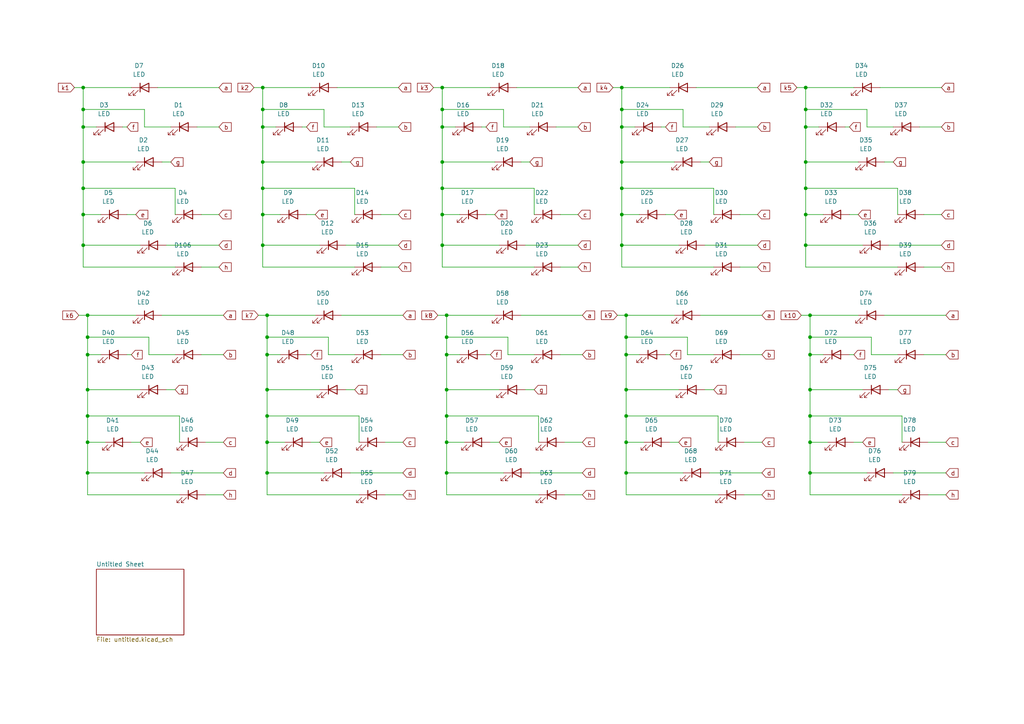
<source format=kicad_sch>
(kicad_sch (version 20231120) (generator "eeschema") (generator_version "8.0")
  (paper "A4")
  (lib_symbols
    (symbol "Device:LED" (pin_numbers hide) (pin_names (offset 1.016) hide)
      (property "Reference" "D" (at 0 2.54 0))
      (property "Value" "LED" (at 0 -2.54 0))
      (symbol "LED_0_1"
        (polyline (pts (xy -1.27 -1.27) (xy -1.27 1.27)) (stroke (width 0.254)))
        (polyline (pts (xy -1.27 0) (xy 1.27 0)))
        (polyline (pts (xy 1.27 -1.27) (xy 1.27 1.27) (xy -1.27 0) (xy 1.27 -1.27)) (stroke (width 0.254)))
        (polyline (pts (xy -3.048 -0.762) (xy -4.572 -2.286) (xy -3.81 -2.286) (xy -4.572 -2.286) (xy -4.572 -1.524)))
        (polyline (pts (xy -1.778 -0.762) (xy -3.302 -2.286) (xy -2.54 -2.286) (xy -3.302 -2.286) (xy -3.302 -1.524)))
      )
      (symbol "LED_1_1"
        (pin passive line (at -3.81 0 0) (length 2.54) (name "K") (number "1"))
        (pin passive line (at 3.81 0 180) (length 2.54) (name "A") (number "2"))
      )
    )
  )
  (junction (at 77.47 120.65))
  (junction (at 76.2 31.75))
  (junction (at 181.61 128.27))
  (junction (at 180.34 46.99))
  (junction (at 234.95 91.44))
  (junction (at 129.54 97.79))
  (junction (at 25.4 137.16))
  (junction (at 24.13 46.99))
  (junction (at 233.68 46.99))
  (junction (at 129.54 113.03))
  (junction (at 76.2 62.23))
  (junction (at 129.54 120.65))
  (junction (at 24.13 36.83))
  (junction (at 76.2 71.12))
  (junction (at 181.61 97.79))
  (junction (at 233.68 71.12))
  (junction (at 24.13 62.23))
  (junction (at 76.2 36.83))
  (junction (at 24.13 31.75))
  (junction (at 24.13 71.12))
  (junction (at 181.61 91.44))
  (junction (at 129.54 102.87))
  (junction (at 129.54 137.16))
  (junction (at 128.27 36.83))
  (junction (at 128.27 46.99))
  (junction (at 129.54 128.27))
  (junction (at 233.68 62.23))
  (junction (at 128.27 25.4))
  (junction (at 234.95 137.16))
  (junction (at 234.95 120.65))
  (junction (at 181.61 113.03))
  (junction (at 181.61 102.87))
  (junction (at 233.68 31.75))
  (junction (at 180.34 25.4))
  (junction (at 180.34 54.61))
  (junction (at 25.4 102.87))
  (junction (at 25.4 113.03))
  (junction (at 181.61 120.65))
  (junction (at 76.2 25.4))
  (junction (at 76.2 46.99))
  (junction (at 180.34 71.12))
  (junction (at 129.54 91.44))
  (junction (at 24.13 25.4))
  (junction (at 181.61 137.16))
  (junction (at 25.4 120.65))
  (junction (at 180.34 36.83))
  (junction (at 234.95 97.79))
  (junction (at 77.47 128.27))
  (junction (at 180.34 31.75))
  (junction (at 77.47 97.79))
  (junction (at 24.13 54.61))
  (junction (at 25.4 97.79))
  (junction (at 25.4 128.27))
  (junction (at 233.68 54.61))
  (junction (at 128.27 62.23))
  (junction (at 76.2 54.61))
  (junction (at 25.4 91.44))
  (junction (at 234.95 128.27))
  (junction (at 128.27 71.12))
  (junction (at 233.68 25.4))
  (junction (at 234.95 113.03))
  (junction (at 77.47 113.03))
  (junction (at 234.95 102.87))
  (junction (at 128.27 31.75))
  (junction (at 77.47 91.44))
  (junction (at 180.34 62.23))
  (junction (at 77.47 102.87))
  (junction (at 77.47 137.16))
  (junction (at 128.27 54.61))
  (junction (at 233.68 36.83))
  (wire (pts (xy 128.27 46.99) (xy 143.51 46.99)))
  (wire (pts (xy 25.4 137.16) (xy 25.4 128.27)))
  (wire (pts (xy 110.49 77.47) (xy 115.57 77.47)))
  (wire (pts (xy 214.63 102.87) (xy 220.98 102.87)))
  (wire (pts (xy 203.2 46.99) (xy 205.74 46.99)))
  (wire (pts (xy 185.42 102.87) (xy 181.61 102.87)))
  (wire (pts (xy 110.49 62.23) (xy 115.57 62.23)))
  (wire (pts (xy 238.76 62.23) (xy 233.68 62.23)))
  (wire (pts (xy 233.68 71.12) (xy 233.68 62.23)))
  (wire (pts (xy 146.05 36.83) (xy 146.05 31.75)))
  (wire (pts (xy 102.87 77.47) (xy 76.2 77.47)))
  (wire (pts (xy 154.94 62.23) (xy 154.94 54.61)))
  (wire (pts (xy 233.68 36.83) (xy 233.68 31.75)))
  (wire (pts (xy 24.13 62.23) (xy 24.13 54.61)))
  (wire (pts (xy 251.46 36.83) (xy 251.46 31.75)))
  (wire (pts (xy 234.95 113.03) (xy 234.95 102.87)))
  (wire (pts (xy 110.49 102.87) (xy 116.84 102.87)))
  (wire (pts (xy 77.47 113.03) (xy 92.71 113.03)))
  (wire (pts (xy 59.69 128.27) (xy 64.77 128.27)))
  (wire (pts (xy 199.39 102.87) (xy 199.39 97.79)))
  (wire (pts (xy 24.13 36.83) (xy 24.13 31.75)))
  (wire (pts (xy 198.12 137.16) (xy 181.61 137.16)))
  (wire (pts (xy 101.6 36.83) (xy 93.98 36.83)))
  (wire (pts (xy 139.7 36.83) (xy 140.97 36.83)))
  (wire (pts (xy 233.68 46.99) (xy 233.68 36.83)))
  (wire (pts (xy 246.38 62.23) (xy 248.92 62.23)))
  (wire (pts (xy 259.08 137.16) (xy 274.32 137.16)))
  (wire (pts (xy 90.17 128.27) (xy 92.71 128.27)))
  (wire (pts (xy 77.47 102.87) (xy 77.47 97.79)))
  (wire (pts (xy 48.26 71.12) (xy 63.5 71.12)))
  (wire (pts (xy 104.14 128.27) (xy 104.14 120.65)))
  (wire (pts (xy 129.54 137.16) (xy 129.54 128.27)))
  (wire (pts (xy 231.14 25.4) (xy 233.68 25.4)))
  (wire (pts (xy 245.11 36.83) (xy 246.38 36.83)))
  (wire (pts (xy 214.63 77.47) (xy 219.71 77.47)))
  (wire (pts (xy 208.28 143.51) (xy 181.61 143.51)))
  (wire (pts (xy 185.42 62.23) (xy 180.34 62.23)))
  (wire (pts (xy 50.8 77.47) (xy 24.13 77.47)))
  (wire (pts (xy 24.13 54.61) (xy 24.13 46.99)))
  (wire (pts (xy 234.95 91.44) (xy 248.92 91.44)))
  (wire (pts (xy 104.14 120.65) (xy 77.47 120.65)))
  (wire (pts (xy 152.4 71.12) (xy 167.64 71.12)))
  (wire (pts (xy 77.47 128.27) (xy 77.47 120.65)))
  (wire (pts (xy 50.8 54.61) (xy 24.13 54.61)))
  (wire (pts (xy 156.21 128.27) (xy 156.21 120.65)))
  (wire (pts (xy 127 91.44) (xy 129.54 91.44)))
  (wire (pts (xy 104.14 143.51) (xy 77.47 143.51)))
  (wire (pts (xy 93.98 137.16) (xy 77.47 137.16)))
  (wire (pts (xy 30.48 128.27) (xy 25.4 128.27)))
  (wire (pts (xy 154.94 77.47) (xy 128.27 77.47)))
  (wire (pts (xy 154.94 102.87) (xy 147.32 102.87)))
  (wire (pts (xy 151.13 46.99) (xy 153.67 46.99)))
  (wire (pts (xy 52.07 120.65) (xy 25.4 120.65)))
  (wire (pts (xy 205.74 137.16) (xy 220.98 137.16)))
  (wire (pts (xy 76.2 77.47) (xy 76.2 71.12)))
  (wire (pts (xy 255.27 25.4) (xy 273.05 25.4)))
  (wire (pts (xy 237.49 36.83) (xy 233.68 36.83)))
  (wire (pts (xy 215.9 128.27) (xy 220.98 128.27)))
  (wire (pts (xy 238.76 102.87) (xy 234.95 102.87)))
  (wire (pts (xy 100.33 113.03) (xy 102.87 113.03)))
  (wire (pts (xy 128.27 31.75) (xy 128.27 25.4)))
  (wire (pts (xy 256.54 46.99) (xy 259.08 46.99)))
  (wire (pts (xy 181.61 128.27) (xy 181.61 120.65)))
  (wire (pts (xy 163.83 128.27) (xy 168.91 128.27)))
  (wire (pts (xy 52.07 128.27) (xy 52.07 120.65)))
  (wire (pts (xy 76.2 71.12) (xy 76.2 62.23)))
  (wire (pts (xy 95.25 97.79) (xy 77.47 97.79)))
  (wire (pts (xy 46.99 46.99) (xy 49.53 46.99)))
  (wire (pts (xy 181.61 113.03) (xy 196.85 113.03)))
  (wire (pts (xy 233.68 46.99) (xy 248.92 46.99)))
  (wire (pts (xy 269.24 128.27) (xy 274.32 128.27)))
  (wire (pts (xy 266.7 36.83) (xy 273.05 36.83)))
  (wire (pts (xy 36.83 102.87) (xy 38.1 102.87)))
  (wire (pts (xy 43.18 102.87) (xy 43.18 97.79)))
  (wire (pts (xy 257.81 113.03) (xy 260.35 113.03)))
  (wire (pts (xy 180.34 71.12) (xy 180.34 62.23)))
  (wire (pts (xy 41.91 31.75) (xy 24.13 31.75)))
  (wire (pts (xy 181.61 91.44) (xy 195.58 91.44)))
  (wire (pts (xy 257.81 71.12) (xy 273.05 71.12)))
  (wire (pts (xy 181.61 113.03) (xy 181.61 102.87)))
  (wire (pts (xy 81.28 62.23) (xy 76.2 62.23)))
  (wire (pts (xy 233.68 62.23) (xy 233.68 54.61)))
  (wire (pts (xy 129.54 120.65) (xy 129.54 113.03)))
  (wire (pts (xy 140.97 62.23) (xy 143.51 62.23)))
  (wire (pts (xy 77.47 113.03) (xy 77.47 102.87)))
  (wire (pts (xy 41.91 36.83) (xy 41.91 31.75)))
  (wire (pts (xy 213.36 36.83) (xy 219.71 36.83)))
  (wire (pts (xy 58.42 77.47) (xy 63.5 77.47)))
  (wire (pts (xy 153.67 36.83) (xy 146.05 36.83)))
  (wire (pts (xy 181.61 143.51) (xy 181.61 137.16)))
  (wire (pts (xy 250.19 71.12) (xy 233.68 71.12)))
  (wire (pts (xy 260.35 62.23) (xy 260.35 54.61)))
  (wire (pts (xy 93.98 36.83) (xy 93.98 31.75)))
  (wire (pts (xy 24.13 46.99) (xy 39.37 46.99)))
  (wire (pts (xy 22.86 91.44) (xy 25.4 91.44)))
  (wire (pts (xy 25.4 113.03) (xy 40.64 113.03)))
  (wire (pts (xy 58.42 102.87) (xy 64.77 102.87)))
  (wire (pts (xy 76.2 62.23) (xy 76.2 54.61)))
  (wire (pts (xy 269.24 143.51) (xy 274.32 143.51)))
  (wire (pts (xy 99.06 46.99) (xy 101.6 46.99)))
  (wire (pts (xy 76.2 31.75) (xy 76.2 25.4)))
  (wire (pts (xy 102.87 102.87) (xy 95.25 102.87)))
  (wire (pts (xy 25.4 102.87) (xy 25.4 97.79)))
  (wire (pts (xy 252.73 102.87) (xy 252.73 97.79)))
  (wire (pts (xy 251.46 31.75) (xy 233.68 31.75)))
  (wire (pts (xy 260.35 102.87) (xy 252.73 102.87)))
  (wire (pts (xy 180.34 25.4) (xy 194.31 25.4)))
  (wire (pts (xy 180.34 46.99) (xy 195.58 46.99)))
  (wire (pts (xy 128.27 46.99) (xy 128.27 36.83)))
  (wire (pts (xy 214.63 62.23) (xy 219.71 62.23)))
  (wire (pts (xy 125.73 25.4) (xy 128.27 25.4)))
  (wire (pts (xy 24.13 46.99) (xy 24.13 36.83)))
  (wire (pts (xy 43.18 97.79) (xy 25.4 97.79)))
  (wire (pts (xy 93.98 31.75) (xy 76.2 31.75)))
  (wire (pts (xy 181.61 102.87) (xy 181.61 97.79)))
  (wire (pts (xy 80.01 36.83) (xy 76.2 36.83)))
  (wire (pts (xy 50.8 62.23) (xy 50.8 54.61)))
  (wire (pts (xy 41.91 137.16) (xy 25.4 137.16)))
  (wire (pts (xy 233.68 77.47) (xy 233.68 71.12)))
  (wire (pts (xy 208.28 120.65) (xy 181.61 120.65)))
  (wire (pts (xy 181.61 120.65) (xy 181.61 113.03)))
  (wire (pts (xy 49.53 137.16) (xy 64.77 137.16)))
  (wire (pts (xy 128.27 25.4) (xy 142.24 25.4)))
  (wire (pts (xy 24.13 71.12) (xy 24.13 62.23)))
  (wire (pts (xy 24.13 25.4) (xy 38.1 25.4)))
  (wire (pts (xy 102.87 54.61) (xy 76.2 54.61)))
  (wire (pts (xy 260.35 54.61) (xy 233.68 54.61)))
  (wire (pts (xy 208.28 128.27) (xy 208.28 120.65)))
  (wire (pts (xy 128.27 77.47) (xy 128.27 71.12)))
  (wire (pts (xy 109.22 36.83) (xy 115.57 36.83)))
  (wire (pts (xy 76.2 25.4) (xy 90.17 25.4)))
  (wire (pts (xy 207.01 62.23) (xy 207.01 54.61)))
  (wire (pts (xy 88.9 102.87) (xy 90.17 102.87)))
  (wire (pts (xy 180.34 36.83) (xy 180.34 31.75)))
  (wire (pts (xy 95.25 102.87) (xy 95.25 97.79)))
  (wire (pts (xy 247.65 128.27) (xy 250.19 128.27)))
  (wire (pts (xy 232.41 91.44) (xy 234.95 91.44)))
  (wire (pts (xy 38.1 128.27) (xy 40.64 128.27)))
  (wire (pts (xy 267.97 102.87) (xy 274.32 102.87)))
  (wire (pts (xy 198.12 36.83) (xy 198.12 31.75)))
  (wire (pts (xy 162.56 102.87) (xy 168.91 102.87)))
  (wire (pts (xy 134.62 128.27) (xy 129.54 128.27)))
  (wire (pts (xy 207.01 102.87) (xy 199.39 102.87)))
  (wire (pts (xy 102.87 62.23) (xy 102.87 54.61)))
  (wire (pts (xy 163.83 143.51) (xy 168.91 143.51)))
  (wire (pts (xy 152.4 113.03) (xy 154.94 113.03)))
  (wire (pts (xy 147.32 97.79) (xy 129.54 97.79)))
  (wire (pts (xy 25.4 143.51) (xy 25.4 137.16)))
  (wire (pts (xy 50.8 102.87) (xy 43.18 102.87)))
  (wire (pts (xy 132.08 36.83) (xy 128.27 36.83)))
  (wire (pts (xy 151.13 91.44) (xy 168.91 91.44)))
  (wire (pts (xy 129.54 128.27) (xy 129.54 120.65)))
  (wire (pts (xy 154.94 54.61) (xy 128.27 54.61)))
  (wire (pts (xy 129.54 143.51) (xy 129.54 137.16)))
  (wire (pts (xy 40.64 71.12) (xy 24.13 71.12)))
  (wire (pts (xy 180.34 77.47) (xy 180.34 71.12)))
  (wire (pts (xy 184.15 36.83) (xy 180.34 36.83)))
  (wire (pts (xy 193.04 62.23) (xy 195.58 62.23)))
  (wire (pts (xy 48.26 113.03) (xy 50.8 113.03)))
  (wire (pts (xy 129.54 91.44) (xy 143.51 91.44)))
  (wire (pts (xy 180.34 31.75) (xy 180.34 25.4)))
  (wire (pts (xy 156.21 143.51) (xy 129.54 143.51)))
  (wire (pts (xy 97.79 25.4) (xy 115.57 25.4)))
  (wire (pts (xy 76.2 46.99) (xy 76.2 36.83)))
  (wire (pts (xy 246.38 102.87) (xy 247.65 102.87)))
  (wire (pts (xy 92.71 71.12) (xy 76.2 71.12)))
  (wire (pts (xy 177.8 25.4) (xy 180.34 25.4)))
  (wire (pts (xy 133.35 102.87) (xy 129.54 102.87)))
  (wire (pts (xy 252.73 97.79) (xy 234.95 97.79)))
  (wire (pts (xy 81.28 102.87) (xy 77.47 102.87)))
  (wire (pts (xy 76.2 46.99) (xy 91.44 46.99)))
  (wire (pts (xy 128.27 36.83) (xy 128.27 31.75)))
  (wire (pts (xy 204.47 113.03) (xy 207.01 113.03)))
  (wire (pts (xy 146.05 137.16) (xy 129.54 137.16)))
  (wire (pts (xy 24.13 31.75) (xy 24.13 25.4)))
  (wire (pts (xy 149.86 25.4) (xy 167.64 25.4)))
  (wire (pts (xy 73.66 25.4) (xy 76.2 25.4)))
  (wire (pts (xy 129.54 113.03) (xy 144.78 113.03)))
  (wire (pts (xy 77.47 137.16) (xy 77.47 128.27)))
  (wire (pts (xy 25.4 128.27) (xy 25.4 120.65)))
  (wire (pts (xy 233.68 54.61) (xy 233.68 46.99)))
  (wire (pts (xy 234.95 137.16) (xy 234.95 128.27)))
  (wire (pts (xy 129.54 113.03) (xy 129.54 102.87)))
  (wire (pts (xy 234.95 102.87) (xy 234.95 97.79)))
  (wire (pts (xy 162.56 62.23) (xy 167.64 62.23)))
  (wire (pts (xy 57.15 36.83) (xy 63.5 36.83)))
  (wire (pts (xy 267.97 77.47) (xy 273.05 77.47)))
  (wire (pts (xy 24.13 77.47) (xy 24.13 71.12)))
  (wire (pts (xy 207.01 54.61) (xy 180.34 54.61)))
  (wire (pts (xy 74.93 91.44) (xy 77.47 91.44)))
  (wire (pts (xy 203.2 91.44) (xy 220.98 91.44)))
  (wire (pts (xy 261.62 120.65) (xy 234.95 120.65)))
  (wire (pts (xy 128.27 62.23) (xy 128.27 54.61)))
  (wire (pts (xy 45.72 25.4) (xy 63.5 25.4)))
  (wire (pts (xy 199.39 97.79) (xy 181.61 97.79)))
  (wire (pts (xy 260.35 77.47) (xy 233.68 77.47)))
  (wire (pts (xy 77.47 91.44) (xy 91.44 91.44)))
  (wire (pts (xy 128.27 54.61) (xy 128.27 46.99)))
  (wire (pts (xy 52.07 143.51) (xy 25.4 143.51)))
  (wire (pts (xy 156.21 120.65) (xy 129.54 120.65)))
  (wire (pts (xy 191.77 36.83) (xy 193.04 36.83)))
  (wire (pts (xy 128.27 71.12) (xy 128.27 62.23)))
  (wire (pts (xy 215.9 143.51) (xy 220.98 143.51)))
  (wire (pts (xy 179.07 91.44) (xy 181.61 91.44)))
  (wire (pts (xy 21.59 25.4) (xy 24.13 25.4)))
  (wire (pts (xy 25.4 91.44) (xy 39.37 91.44)))
  (wire (pts (xy 201.93 25.4) (xy 219.71 25.4)))
  (wire (pts (xy 88.9 62.23) (xy 91.44 62.23)))
  (wire (pts (xy 198.12 31.75) (xy 180.34 31.75)))
  (wire (pts (xy 111.76 143.51) (xy 116.84 143.51)))
  (wire (pts (xy 207.01 77.47) (xy 180.34 77.47)))
  (wire (pts (xy 205.74 36.83) (xy 198.12 36.83)))
  (wire (pts (xy 180.34 62.23) (xy 180.34 54.61)))
  (wire (pts (xy 261.62 143.51) (xy 234.95 143.51)))
  (wire (pts (xy 35.56 36.83) (xy 36.83 36.83)))
  (wire (pts (xy 58.42 62.23) (xy 63.5 62.23)))
  (wire (pts (xy 256.54 91.44) (xy 274.32 91.44)))
  (wire (pts (xy 180.34 54.61) (xy 180.34 46.99)))
  (wire (pts (xy 29.21 62.23) (xy 24.13 62.23)))
  (wire (pts (xy 129.54 102.87) (xy 129.54 97.79)))
  (wire (pts (xy 153.67 137.16) (xy 168.91 137.16)))
  (wire (pts (xy 233.68 31.75) (xy 233.68 25.4)))
  (wire (pts (xy 146.05 31.75) (xy 128.27 31.75)))
  (wire (pts (xy 36.83 62.23) (xy 39.37 62.23)))
  (wire (pts (xy 111.76 128.27) (xy 116.84 128.27)))
  (wire (pts (xy 267.97 62.23) (xy 273.05 62.23)))
  (wire (pts (xy 251.46 137.16) (xy 234.95 137.16)))
  (wire (pts (xy 29.21 102.87) (xy 25.4 102.87)))
  (wire (pts (xy 76.2 54.61) (xy 76.2 46.99)))
  (wire (pts (xy 193.04 102.87) (xy 194.31 102.87)))
  (wire (pts (xy 234.95 97.79) (xy 234.95 91.44)))
  (wire (pts (xy 129.54 97.79) (xy 129.54 91.44)))
  (wire (pts (xy 181.61 137.16) (xy 181.61 128.27)))
  (wire (pts (xy 77.47 143.51) (xy 77.47 137.16)))
  (wire (pts (xy 147.32 102.87) (xy 147.32 97.79)))
  (wire (pts (xy 234.95 128.27) (xy 234.95 120.65)))
  (wire (pts (xy 186.69 128.27) (xy 181.61 128.27)))
  (wire (pts (xy 162.56 77.47) (xy 167.64 77.47)))
  (wire (pts (xy 99.06 91.44) (xy 116.84 91.44)))
  (wire (pts (xy 233.68 25.4) (xy 247.65 25.4)))
  (wire (pts (xy 25.4 120.65) (xy 25.4 113.03)))
  (wire (pts (xy 100.33 71.12) (xy 115.57 71.12)))
  (wire (pts (xy 76.2 36.83) (xy 76.2 31.75)))
  (wire (pts (xy 77.47 97.79) (xy 77.47 91.44)))
  (wire (pts (xy 194.31 128.27) (xy 196.85 128.27)))
  (wire (pts (xy 196.85 71.12) (xy 180.34 71.12)))
  (wire (pts (xy 49.53 36.83) (xy 41.91 36.83)))
  (wire (pts (xy 25.4 97.79) (xy 25.4 91.44)))
  (wire (pts (xy 46.99 91.44) (xy 64.77 91.44)))
  (wire (pts (xy 240.03 128.27) (xy 234.95 128.27)))
  (wire (pts (xy 25.4 113.03) (xy 25.4 102.87)))
  (wire (pts (xy 261.62 128.27) (xy 261.62 120.65)))
  (wire (pts (xy 180.34 46.99) (xy 180.34 36.83)))
  (wire (pts (xy 59.69 143.51) (xy 64.77 143.51)))
  (wire (pts (xy 101.6 137.16) (xy 116.84 137.16)))
  (wire (pts (xy 204.47 71.12) (xy 219.71 71.12)))
  (wire (pts (xy 133.35 62.23) (xy 128.27 62.23)))
  (wire (pts (xy 77.47 120.65) (xy 77.47 113.03)))
  (wire (pts (xy 140.97 102.87) (xy 142.24 102.87)))
  (wire (pts (xy 181.61 97.79) (xy 181.61 91.44)))
  (wire (pts (xy 234.95 113.03) (xy 250.19 113.03)))
  (wire (pts (xy 144.78 71.12) (xy 128.27 71.12)))
  (wire (pts (xy 234.95 143.51) (xy 234.95 137.16)))
  (wire (pts (xy 82.55 128.27) (xy 77.47 128.27)))
  (wire (pts (xy 142.24 128.27) (xy 144.78 128.27)))
  (wire (pts (xy 259.08 36.83) (xy 251.46 36.83)))
  (wire (pts (xy 161.29 36.83) (xy 167.64 36.83)))
  (wire (pts (xy 234.95 120.65) (xy 234.95 113.03)))
  (wire (pts (xy 27.94 36.83) (xy 24.13 36.83)))
  (wire (pts (xy 87.63 36.83) (xy 88.9 36.83)))
  (global_label "c" (shape input) (at 219.71 62.23 0) (property "Intersheetrefs" "${INTERSHEET_REFS}" (effects (hide yes))))
  (global_label "e" (shape input) (at 250.19 128.27 0) (property "Intersheetrefs" "${INTERSHEET_REFS}" (effects (hide yes))))
  (global_label "h" (shape input) (at 64.77 143.51 0) (property "Intersheetrefs" "${INTERSHEET_REFS}" (effects (hide yes))))
  (global_label "c" (shape input) (at 116.84 128.27 0) (property "Intersheetrefs" "${INTERSHEET_REFS}" (effects (hide yes))))
  (global_label "g" (shape input) (at 260.35 113.03 0) (property "Intersheetrefs" "${INTERSHEET_REFS}" (effects (hide yes))))
  (global_label "b" (shape input) (at 116.84 102.87 0) (property "Intersheetrefs" "${INTERSHEET_REFS}" (effects (hide yes))))
  (global_label "f" (shape input) (at 140.97 36.83 0) (property "Intersheetrefs" "${INTERSHEET_REFS}" (effects (hide yes))))
  (global_label "k5" (shape input) (at 231.14 25.4 180) (property "Intersheetrefs" "${INTERSHEET_REFS}" (effects (hide yes))))
  (global_label "g" (shape input) (at 154.94 113.03 0) (property "Intersheetrefs" "${INTERSHEET_REFS}" (effects (hide yes))))
  (global_label "h" (shape input) (at 63.5 77.47 0) (property "Intersheetrefs" "${INTERSHEET_REFS}" (effects (hide yes))))
  (global_label "c" (shape input) (at 167.64 62.23 0) (property "Intersheetrefs" "${INTERSHEET_REFS}" (effects (hide yes))))
  (global_label "g" (shape input) (at 49.53 46.99 0) (property "Intersheetrefs" "${INTERSHEET_REFS}" (effects (hide yes))))
  (global_label "a" (shape input) (at 274.32 91.44 0) (property "Intersheetrefs" "${INTERSHEET_REFS}" (effects (hide yes))))
  (global_label "f" (shape input) (at 90.17 102.87 0) (property "Intersheetrefs" "${INTERSHEET_REFS}" (effects (hide yes))))
  (global_label "e" (shape input) (at 144.78 128.27 0) (property "Intersheetrefs" "${INTERSHEET_REFS}" (effects (hide yes))))
  (global_label "d" (shape input) (at 116.84 137.16 0) (property "Intersheetrefs" "${INTERSHEET_REFS}" (effects (hide yes))))
  (global_label "g" (shape input) (at 102.87 113.03 0) (property "Intersheetrefs" "${INTERSHEET_REFS}" (effects (hide yes))))
  (global_label "f" (shape input) (at 193.04 36.83 0) (property "Intersheetrefs" "${INTERSHEET_REFS}" (effects (hide yes))))
  (global_label "c" (shape input) (at 273.05 62.23 0) (property "Intersheetrefs" "${INTERSHEET_REFS}" (effects (hide yes))))
  (global_label "f" (shape input) (at 194.31 102.87 0) (property "Intersheetrefs" "${INTERSHEET_REFS}" (effects (hide yes))))
  (global_label "d" (shape input) (at 115.57 71.12 0) (property "Intersheetrefs" "${INTERSHEET_REFS}" (effects (hide yes))))
  (global_label "k3" (shape input) (at 125.73 25.4 180) (property "Intersheetrefs" "${INTERSHEET_REFS}" (effects (hide yes))))
  (global_label "f" (shape input) (at 36.83 36.83 0) (property "Intersheetrefs" "${INTERSHEET_REFS}" (effects (hide yes))))
  (global_label "h" (shape input) (at 220.98 143.51 0) (property "Intersheetrefs" "${INTERSHEET_REFS}" (effects (hide yes))))
  (global_label "e" (shape input) (at 143.51 62.23 0) (property "Intersheetrefs" "${INTERSHEET_REFS}" (effects (hide yes))))
  (global_label "e" (shape input) (at 248.92 62.23 0) (property "Intersheetrefs" "${INTERSHEET_REFS}" (effects (hide yes))))
  (global_label "h" (shape input) (at 167.64 77.47 0) (property "Intersheetrefs" "${INTERSHEET_REFS}" (effects (hide yes))))
  (global_label "c" (shape input) (at 220.98 128.27 0) (property "Intersheetrefs" "${INTERSHEET_REFS}" (effects (hide yes))))
  (global_label "d" (shape input) (at 63.5 71.12 0) (property "Intersheetrefs" "${INTERSHEET_REFS}" (effects (hide yes))))
  (global_label "h" (shape input) (at 168.91 143.51 0) (property "Intersheetrefs" "${INTERSHEET_REFS}" (effects (hide yes))))
  (global_label "c" (shape input) (at 115.57 62.23 0) (property "Intersheetrefs" "${INTERSHEET_REFS}" (effects (hide yes))))
  (global_label "h" (shape input) (at 274.32 143.51 0) (property "Intersheetrefs" "${INTERSHEET_REFS}" (effects (hide yes))))
  (global_label "e" (shape input) (at 196.85 128.27 0) (property "Intersheetrefs" "${INTERSHEET_REFS}" (effects (hide yes))))
  (global_label "h" (shape input) (at 273.05 77.47 0) (property "Intersheetrefs" "${INTERSHEET_REFS}" (effects (hide yes))))
  (global_label "g" (shape input) (at 205.74 46.99 0) (property "Intersheetrefs" "${INTERSHEET_REFS}" (effects (hide yes))))
  (global_label "b" (shape input) (at 273.05 36.83 0) (property "Intersheetrefs" "${INTERSHEET_REFS}" (effects (hide yes))))
  (global_label "e" (shape input) (at 92.71 128.27 0) (property "Intersheetrefs" "${INTERSHEET_REFS}" (effects (hide yes))))
  (global_label "c" (shape input) (at 63.5 62.23 0) (property "Intersheetrefs" "${INTERSHEET_REFS}" (effects (hide yes))))
  (global_label "a" (shape input) (at 273.05 25.4 0) (property "Intersheetrefs" "${INTERSHEET_REFS}" (effects (hide yes))))
  (global_label "a" (shape input) (at 64.77 91.44 0) (property "Intersheetrefs" "${INTERSHEET_REFS}" (effects (hide yes))))
  (global_label "k6" (shape input) (at 22.86 91.44 180) (property "Intersheetrefs" "${INTERSHEET_REFS}" (effects (hide yes))))
  (global_label "g" (shape input) (at 50.8 113.03 0) (property "Intersheetrefs" "${INTERSHEET_REFS}" (effects (hide yes))))
  (global_label "e" (shape input) (at 40.64 128.27 0) (property "Intersheetrefs" "${INTERSHEET_REFS}" (effects (hide yes))))
  (global_label "h" (shape input) (at 116.84 143.51 0) (property "Intersheetrefs" "${INTERSHEET_REFS}" (effects (hide yes))))
  (global_label "c" (shape input) (at 64.77 128.27 0) (property "Intersheetrefs" "${INTERSHEET_REFS}" (effects (hide yes))))
  (global_label "f" (shape input) (at 88.9 36.83 0) (property "Intersheetrefs" "${INTERSHEET_REFS}" (effects (hide yes))))
  (global_label "d" (shape input) (at 220.98 137.16 0) (property "Intersheetrefs" "${INTERSHEET_REFS}" (effects (hide yes))))
  (global_label "h" (shape input) (at 115.57 77.47 0) (property "Intersheetrefs" "${INTERSHEET_REFS}" (effects (hide yes))))
  (global_label "d" (shape input) (at 274.32 137.16 0) (property "Intersheetrefs" "${INTERSHEET_REFS}" (effects (hide yes))))
  (global_label "b" (shape input) (at 219.71 36.83 0) (property "Intersheetrefs" "${INTERSHEET_REFS}" (effects (hide yes))))
  (global_label "g" (shape input) (at 207.01 113.03 0) (property "Intersheetrefs" "${INTERSHEET_REFS}" (effects (hide yes))))
  (global_label "c" (shape input) (at 274.32 128.27 0) (property "Intersheetrefs" "${INTERSHEET_REFS}" (effects (hide yes))))
  (global_label "b" (shape input) (at 220.98 102.87 0) (property "Intersheetrefs" "${INTERSHEET_REFS}" (effects (hide yes))))
  (global_label "a" (shape input) (at 219.71 25.4 0) (property "Intersheetrefs" "${INTERSHEET_REFS}" (effects (hide yes))))
  (global_label "e" (shape input) (at 91.44 62.23 0) (property "Intersheetrefs" "${INTERSHEET_REFS}" (effects (hide yes))))
  (global_label "a" (shape input) (at 63.5 25.4 0) (property "Intersheetrefs" "${INTERSHEET_REFS}" (effects (hide yes))))
  (global_label "a" (shape input) (at 116.84 91.44 0) (property "Intersheetrefs" "${INTERSHEET_REFS}" (effects (hide yes))))
  (global_label "h" (shape input) (at 219.71 77.47 0) (property "Intersheetrefs" "${INTERSHEET_REFS}" (effects (hide yes))))
  (global_label "g" (shape input) (at 153.67 46.99 0) (property "Intersheetrefs" "${INTERSHEET_REFS}" (effects (hide yes))))
  (global_label "k4" (shape input) (at 177.8 25.4 180) (property "Intersheetrefs" "${INTERSHEET_REFS}" (effects (hide yes))))
  (global_label "b" (shape input) (at 63.5 36.83 0) (property "Intersheetrefs" "${INTERSHEET_REFS}" (effects (hide yes))))
  (global_label "d" (shape input) (at 273.05 71.12 0) (property "Intersheetrefs" "${INTERSHEET_REFS}" (effects (hide yes))))
  (global_label "k1" (shape input) (at 21.59 25.4 180) (property "Intersheetrefs" "${INTERSHEET_REFS}" (effects (hide yes))))
  (global_label "e" (shape input) (at 195.58 62.23 0) (property "Intersheetrefs" "${INTERSHEET_REFS}" (effects (hide yes))))
  (global_label "d" (shape input) (at 64.77 137.16 0) (property "Intersheetrefs" "${INTERSHEET_REFS}" (effects (hide yes))))
  (global_label "b" (shape input) (at 115.57 36.83 0) (property "Intersheetrefs" "${INTERSHEET_REFS}" (effects (hide yes))))
  (global_label "a" (shape input) (at 167.64 25.4 0) (property "Intersheetrefs" "${INTERSHEET_REFS}" (effects (hide yes))))
  (global_label "d" (shape input) (at 168.91 137.16 0) (property "Intersheetrefs" "${INTERSHEET_REFS}" (effects (hide yes))))
  (global_label "a" (shape input) (at 168.91 91.44 0) (property "Intersheetrefs" "${INTERSHEET_REFS}" (effects (hide yes))))
  (global_label "k8" (shape input) (at 127 91.44 180) (property "Intersheetrefs" "${INTERSHEET_REFS}" (effects (hide yes))))
  (global_label "g" (shape input) (at 259.08 46.99 0) (property "Intersheetrefs" "${INTERSHEET_REFS}" (effects (hide yes))))
  (global_label "f" (shape input) (at 247.65 102.87 0) (property "Intersheetrefs" "${INTERSHEET_REFS}" (effects (hide yes))))
  (global_label "f" (shape input) (at 142.24 102.87 0) (property "Intersheetrefs" "${INTERSHEET_REFS}" (effects (hide yes))))
  (global_label "d" (shape input) (at 167.64 71.12 0) (property "Intersheetrefs" "${INTERSHEET_REFS}" (effects (hide yes))))
  (global_label "b" (shape input) (at 274.32 102.87 0) (property "Intersheetrefs" "${INTERSHEET_REFS}" (effects (hide yes))))
  (global_label "e" (shape input) (at 39.37 62.23 0) (property "Intersheetrefs" "${INTERSHEET_REFS}" (effects (hide yes))))
  (global_label "k7" (shape input) (at 74.93 91.44 180) (property "Intersheetrefs" "${INTERSHEET_REFS}" (effects (hide yes))))
  (global_label "a" (shape input) (at 115.57 25.4 0) (property "Intersheetrefs" "${INTERSHEET_REFS}" (effects (hide yes))))
  (global_label "b" (shape input) (at 168.91 102.87 0) (property "Intersheetrefs" "${INTERSHEET_REFS}" (effects (hide yes))))
  (global_label "b" (shape input) (at 167.64 36.83 0) (property "Intersheetrefs" "${INTERSHEET_REFS}" (effects (hide yes))))
  (global_label "k10" (shape input) (at 232.41 91.44 180) (property "Intersheetrefs" "${INTERSHEET_REFS}" (effects (hide yes))))
  (global_label "b" (shape input) (at 64.77 102.87 0) (property "Intersheetrefs" "${INTERSHEET_REFS}" (effects (hide yes))))
  (global_label "g" (shape input) (at 101.6 46.99 0) (property "Intersheetrefs" "${INTERSHEET_REFS}" (effects (hide yes))))
  (global_label "c" (shape input) (at 168.91 128.27 0) (property "Intersheetrefs" "${INTERSHEET_REFS}" (effects (hide yes))))
  (global_label "d" (shape input) (at 219.71 71.12 0) (property "Intersheetrefs" "${INTERSHEET_REFS}" (effects (hide yes))))
  (global_label "k2" (shape input) (at 73.66 25.4 180) (property "Intersheetrefs" "${INTERSHEET_REFS}" (effects (hide yes))))
  (global_label "f" (shape input) (at 246.38 36.83 0) (property "Intersheetrefs" "${INTERSHEET_REFS}" (effects (hide yes))))
  (global_label "k9" (shape input) (at 179.07 91.44 180) (property "Intersheetrefs" "${INTERSHEET_REFS}" (effects (hide yes))))
  (global_label "a" (shape input) (at 220.98 91.44 0) (property "Intersheetrefs" "${INTERSHEET_REFS}" (effects (hide yes))))
  (global_label "f" (shape input) (at 38.1 102.87 0) (property "Intersheetrefs" "${INTERSHEET_REFS}" (effects (hide yes))))
  (symbol (lib_id "Device:LED") (at 43.18 46.99 0) (unit 1)
    (property "Reference" "D2" (at 41.5925 40.64 0))
    (property "Value" "LED" (at 41.5925 43.18 0))
    (property "Footprint" "LED_SMD:LED_0402_1005Metric" (effects (hide yes)))
    (property "Description" "Light emitting diode" (effects (hide yes)))
  )
  (symbol (lib_id "Device:LED") (at 44.45 71.12 0) (unit 1)
    (property "Reference" "D6" (at 42.8625 64.77 0))
    (property "Value" "LED" (at 42.8625 67.31 0))
    (property "Footprint" "LED_SMD:LED_0402_1005Metric" (effects (hide yes)))
    (property "Description" "Light emitting diode" (effects (hide yes)))
  )
  (symbol (lib_id "Device:LED") (at 137.16 62.23 0) (unit 1)
    (property "Reference" "D17" (at 135.5725 55.88 0))
    (property "Value" "LED" (at 135.5725 58.42 0))
    (property "Footprint" "LED_SMD:LED_0402_1005Metric" (effects (hide yes)))
    (property "Description" "Light emitting diode" (effects (hide yes)))
  )
  (symbol (lib_id "Device:LED") (at 252.73 91.44 0) (unit 1)
    (property "Reference" "D74" (at 251.1425 85.09 0))
    (property "Value" "LED" (at 251.1425 87.63 0))
    (property "Footprint" "LED_SMD:LED_0402_1005Metric" (effects (hide yes)))
    (property "Description" "Light emitting diode" (effects (hide yes)))
  )
  (symbol (lib_id "Device:LED") (at 107.95 128.27 0) (unit 1)
    (property "Reference" "D54" (at 106.3625 121.92 0))
    (property "Value" "LED" (at 106.3625 124.46 0))
    (property "Footprint" "LED_SMD:LED_0402_1005Metric" (effects (hide yes)))
    (property "Description" "Light emitting diode" (effects (hide yes)))
  )
  (symbol (lib_id "Device:LED") (at 210.82 102.87 0) (unit 1)
    (property "Reference" "D69" (at 209.2325 96.52 0))
    (property "Value" "LED" (at 209.2325 99.06 0))
    (property "Footprint" "LED_SMD:LED_0402_1005Metric" (effects (hide yes)))
    (property "Description" "Light emitting diode" (effects (hide yes)))
  )
  (symbol (lib_id "Device:LED") (at 106.68 77.47 0) (unit 1)
    (property "Reference" "D15" (at 105.0925 71.12 0))
    (property "Value" "LED" (at 105.0925 73.66 0))
    (property "Footprint" "LED_SMD:LED_0402_1005Metric" (effects (hide yes)))
    (property "Description" "Light emitting diode" (effects (hide yes)))
  )
  (symbol (lib_id "Device:LED") (at 255.27 137.16 0) (unit 1)
    (property "Reference" "D76" (at 253.6825 130.81 0))
    (property "Value" "LED" (at 253.6825 133.35 0))
    (property "Footprint" "LED_SMD:LED_0402_1005Metric" (effects (hide yes)))
    (property "Description" "Light emitting diode" (effects (hide yes)))
  )
  (symbol (lib_id "Device:LED") (at 148.59 113.03 0) (unit 1)
    (property "Reference" "D59" (at 147.0025 106.68 0))
    (property "Value" "LED" (at 147.0025 109.22 0))
    (property "Footprint" "LED_SMD:LED_0402_1005Metric" (effects (hide yes)))
    (property "Description" "Light emitting diode" (effects (hide yes)))
  )
  (symbol (lib_id "Device:LED") (at 254 71.12 0) (unit 1)
    (property "Reference" "D36" (at 252.4125 64.77 0))
    (property "Value" "LED" (at 252.4125 67.31 0))
    (property "Footprint" "LED_SMD:LED_0402_1005Metric" (effects (hide yes)))
    (property "Description" "Light emitting diode" (effects (hide yes)))
  )
  (symbol (lib_id "Device:LED") (at 149.86 137.16 0) (unit 1)
    (property "Reference" "D60" (at 148.2725 130.81 0))
    (property "Value" "LED" (at 148.2725 133.35 0))
    (property "Footprint" "LED_SMD:LED_0402_1005Metric" (effects (hide yes)))
    (property "Description" "Light emitting diode" (effects (hide yes)))
  )
  (symbol (lib_id "Device:LED") (at 96.52 71.12 0) (unit 1)
    (property "Reference" "D12" (at 94.9325 64.77 0))
    (property "Value" "LED" (at 94.9325 67.31 0))
    (property "Footprint" "LED_SMD:LED_0402_1005Metric" (effects (hide yes)))
    (property "Description" "Light emitting diode" (effects (hide yes)))
  )
  (symbol (lib_id "Device:LED") (at 212.09 128.27 0) (unit 1)
    (property "Reference" "D70" (at 210.5025 121.92 0))
    (property "Value" "LED" (at 210.5025 124.46 0))
    (property "Footprint" "LED_SMD:LED_0402_1005Metric" (effects (hide yes)))
    (property "Description" "Light emitting diode" (effects (hide yes)))
  )
  (symbol (lib_id "Device:LED") (at 146.05 25.4 0) (unit 1)
    (property "Reference" "D18" (at 144.4625 19.05 0))
    (property "Value" "LED" (at 144.4625 21.59 0))
    (property "Footprint" "LED_SMD:LED_0402_1005Metric" (effects (hide yes)))
    (property "Description" "Light emitting diode" (effects (hide yes)))
  )
  (symbol (lib_id "Device:LED") (at 137.16 102.87 0) (unit 1)
    (property "Reference" "D56" (at 135.5725 96.52 0))
    (property "Value" "LED" (at 135.5725 99.06 0))
    (property "Footprint" "LED_SMD:LED_0402_1005Metric" (effects (hide yes)))
    (property "Description" "Light emitting diode" (effects (hide yes)))
  )
  (symbol (lib_id "Device:LED") (at 264.16 102.87 0) (unit 1)
    (property "Reference" "D77" (at 262.5725 96.52 0))
    (property "Value" "LED" (at 262.5725 99.06 0))
    (property "Footprint" "LED_SMD:LED_0402_1005Metric" (effects (hide yes)))
    (property "Description" "Light emitting diode" (effects (hide yes)))
  )
  (symbol (lib_id "Device:LED") (at 135.89 36.83 0) (unit 1)
    (property "Reference" "D16" (at 134.3025 30.48 0))
    (property "Value" "LED" (at 134.3025 33.02 0))
    (property "Footprint" "LED_SMD:LED_0402_1005Metric" (effects (hide yes)))
    (property "Description" "Light emitting diode" (effects (hide yes)))
  )
  (symbol (lib_id "Device:LED") (at 95.25 46.99 0) (unit 1)
    (property "Reference" "D11" (at 93.6625 40.64 0))
    (property "Value" "LED" (at 93.6625 43.18 0))
    (property "Footprint" "LED_SMD:LED_0402_1005Metric" (effects (hide yes)))
    (property "Description" "Light emitting diode" (effects (hide yes)))
  )
  (symbol (lib_id "Device:LED") (at 95.25 91.44 0) (unit 1)
    (property "Reference" "D50" (at 93.6625 85.09 0))
    (property "Value" "LED" (at 93.6625 87.63 0))
    (property "Footprint" "LED_SMD:LED_0402_1005Metric" (effects (hide yes)))
    (property "Description" "Light emitting diode" (effects (hide yes)))
  )
  (symbol (lib_id "Device:LED") (at 242.57 62.23 0) (unit 1)
    (property "Reference" "D33" (at 240.9825 55.88 0))
    (property "Value" "LED" (at 240.9825 58.42 0))
    (property "Footprint" "LED_SMD:LED_0402_1005Metric" (effects (hide yes)))
    (property "Description" "Light emitting diode" (effects (hide yes)))
  )
  (symbol (lib_id "Device:LED") (at 265.43 143.51 0) (unit 1)
    (property "Reference" "D79" (at 263.8425 137.16 0))
    (property "Value" "LED" (at 263.8425 139.7 0))
    (property "Footprint" "LED_SMD:LED_0402_1005Metric" (effects (hide yes)))
    (property "Description" "Light emitting diode" (effects (hide yes)))
  )
  (symbol (lib_id "Device:LED") (at 85.09 62.23 0) (unit 1)
    (property "Reference" "D9" (at 83.5025 55.88 0))
    (property "Value" "LED" (at 83.5025 58.42 0))
    (property "Footprint" "LED_SMD:LED_0402_1005Metric" (effects (hide yes)))
    (property "Description" "Light emitting diode" (effects (hide yes)))
  )
  (symbol (lib_id "Device:LED") (at 242.57 102.87 0) (unit 1)
    (property "Reference" "D72" (at 240.9825 96.52 0))
    (property "Value" "LED" (at 240.9825 99.06 0))
    (property "Footprint" "LED_SMD:LED_0402_1005Metric" (effects (hide yes)))
    (property "Description" "Light emitting diode" (effects (hide yes)))
  )
  (symbol (lib_id "Device:LED") (at 251.46 25.4 0) (unit 1)
    (property "Reference" "D34" (at 249.8725 19.05 0))
    (property "Value" "LED" (at 249.8725 21.59 0))
    (property "Footprint" "LED_SMD:LED_0402_1005Metric" (effects (hide yes)))
    (property "Description" "Light emitting diode" (effects (hide yes)))
  )
  (symbol (lib_id "Device:LED") (at 86.36 128.27 0) (unit 1)
    (property "Reference" "D49" (at 84.7725 121.92 0))
    (property "Value" "LED" (at 84.7725 124.46 0))
    (property "Footprint" "LED_SMD:LED_0402_1005Metric" (effects (hide yes)))
    (property "Description" "Light emitting diode" (effects (hide yes)))
  )
  (symbol (lib_id "Device:LED") (at 254 113.03 0) (unit 1)
    (property "Reference" "D75" (at 252.4125 106.68 0))
    (property "Value" "LED" (at 252.4125 109.22 0))
    (property "Footprint" "LED_SMD:LED_0402_1005Metric" (effects (hide yes)))
    (property "Description" "Light emitting diode" (effects (hide yes)))
  )
  (symbol (lib_id "Device:LED") (at 105.41 36.83 0) (unit 1)
    (property "Reference" "D13" (at 103.8225 30.48 0))
    (property "Value" "LED" (at 103.8225 33.02 0))
    (property "Footprint" "LED_SMD:LED_0402_1005Metric" (effects (hide yes)))
    (property "Description" "Light emitting diode" (effects (hide yes)))
  )
  (symbol (lib_id "Device:LED") (at 241.3 36.83 0) (unit 1)
    (property "Reference" "D32" (at 239.7125 30.48 0))
    (property "Value" "LED" (at 239.7125 33.02 0))
    (property "Footprint" "LED_SMD:LED_0402_1005Metric" (effects (hide yes)))
    (property "Description" "Light emitting diode" (effects (hide yes)))
  )
  (symbol (lib_id "Device:LED") (at 97.79 137.16 0) (unit 1)
    (property "Reference" "D52" (at 96.2025 130.81 0))
    (property "Value" "LED" (at 96.2025 133.35 0))
    (property "Footprint" "LED_SMD:LED_0402_1005Metric" (effects (hide yes)))
    (property "Description" "Light emitting diode" (effects (hide yes)))
  )
  (symbol (lib_id "Device:LED") (at 55.88 128.27 0) (unit 1)
    (property "Reference" "D46" (at 54.2925 121.92 0))
    (property "Value" "LED" (at 54.2925 124.46 0))
    (property "Footprint" "LED_SMD:LED_0402_1005Metric" (effects (hide yes)))
    (property "Description" "Light emitting diode" (effects (hide yes)))
  )
  (symbol (lib_id "Device:LED") (at 138.43 128.27 0) (unit 1)
    (property "Reference" "D57" (at 136.8425 121.92 0))
    (property "Value" "LED" (at 136.8425 124.46 0))
    (property "Footprint" "LED_SMD:LED_0402_1005Metric" (effects (hide yes)))
    (property "Description" "Light emitting diode" (effects (hide yes)))
  )
  (symbol (lib_id "Device:LED") (at 158.75 62.23 0) (unit 1)
    (property "Reference" "D22" (at 157.1625 55.88 0))
    (property "Value" "LED" (at 157.1625 58.42 0))
    (property "Footprint" "LED_SMD:LED_0402_1005Metric" (effects (hide yes)))
    (property "Description" "Light emitting diode" (effects (hide yes)))
  )
  (symbol (lib_id "Device:LED") (at 43.18 91.44 0) (unit 1)
    (property "Reference" "D42" (at 41.5925 85.09 0))
    (property "Value" "LED" (at 41.5925 87.63 0))
    (property "Footprint" "LED_SMD:LED_0402_1005Metric" (effects (hide yes)))
    (property "Description" "Light emitting diode" (effects (hide yes)))
  )
  (symbol (lib_id "Device:LED") (at 158.75 102.87 0) (unit 1)
    (property "Reference" "D61" (at 157.1625 96.52 0))
    (property "Value" "LED" (at 157.1625 99.06 0))
    (property "Footprint" "LED_SMD:LED_0402_1005Metric" (effects (hide yes)))
    (property "Description" "Light emitting diode" (effects (hide yes)))
  )
  (symbol (lib_id "Device:LED") (at 106.68 102.87 0) (unit 1)
    (property "Reference" "D53" (at 105.0925 96.52 0))
    (property "Value" "LED" (at 105.0925 99.06 0))
    (property "Footprint" "LED_SMD:LED_0402_1005Metric" (effects (hide yes)))
    (property "Description" "Light emitting diode" (effects (hide yes)))
  )
  (symbol (lib_id "Device:LED") (at 158.75 77.47 0) (unit 1)
    (property "Reference" "D23" (at 157.1625 71.12 0))
    (property "Value" "LED" (at 157.1625 73.66 0))
    (property "Footprint" "LED_SMD:LED_0402_1005Metric" (effects (hide yes)))
    (property "Description" "Light emitting diode" (effects (hide yes)))
  )
  (symbol (lib_id "Device:LED") (at 34.29 128.27 0) (unit 1)
    (property "Reference" "D41" (at 32.7025 121.92 0))
    (property "Value" "LED" (at 32.7025 124.46 0))
    (property "Footprint" "LED_SMD:LED_0402_1005Metric" (effects (hide yes)))
    (property "Description" "Light emitting diode" (effects (hide yes)))
  )
  (symbol (lib_id "Device:LED") (at 54.61 77.47 0) (unit 1)
    (property "Reference" "D106" (at 53.0225 71.12 0))
    (property "Value" "LED" (at 53.0225 73.66 0))
    (property "Footprint" "LED_SMD:LED_0402_1005Metric" (effects (hide yes)))
    (property "Description" "Light emitting diode" (effects (hide yes)))
  )
  (symbol (lib_id "Device:LED") (at 199.39 46.99 0) (unit 1)
    (property "Reference" "D27" (at 197.8025 40.64 0))
    (property "Value" "LED" (at 197.8025 43.18 0))
    (property "Footprint" "LED_SMD:LED_0402_1005Metric" (effects (hide yes)))
    (property "Description" "Light emitting diode" (effects (hide yes)))
  )
  (symbol (lib_id "Device:LED") (at 160.02 128.27 0) (unit 1)
    (property "Reference" "D62" (at 158.4325 121.92 0))
    (property "Value" "LED" (at 158.4325 124.46 0))
    (property "Footprint" "LED_SMD:LED_0402_1005Metric" (effects (hide yes)))
    (property "Description" "Light emitting diode" (effects (hide yes)))
  )
  (symbol (lib_id "Device:LED") (at 210.82 77.47 0) (unit 1)
    (property "Reference" "D31" (at 209.2325 71.12 0))
    (property "Value" "LED" (at 209.2325 73.66 0))
    (property "Footprint" "LED_SMD:LED_0402_1005Metric" (effects (hide yes)))
    (property "Description" "Light emitting diode" (effects (hide yes)))
  )
  (symbol (lib_id "Device:LED") (at 201.93 137.16 0) (unit 1)
    (property "Reference" "D68" (at 200.3425 130.81 0))
    (property "Value" "LED" (at 200.3425 133.35 0))
    (property "Footprint" "LED_SMD:LED_0402_1005Metric" (effects (hide yes)))
    (property "Description" "Light emitting diode" (effects (hide yes)))
  )
  (symbol (lib_id "Device:LED") (at 31.75 36.83 0) (unit 1)
    (property "Reference" "D3" (at 30.1625 30.48 0))
    (property "Value" "LED" (at 30.1625 33.02 0))
    (property "Footprint" "LED_SMD:LED_0402_1005Metric" (effects (hide yes)))
    (property "Description" "Light emitting diode" (effects (hide yes)))
  )
  (symbol (lib_id "Device:LED") (at 190.5 128.27 0) (unit 1)
    (property "Reference" "D65" (at 188.9125 121.92 0))
    (property "Value" "LED" (at 188.9125 124.46 0))
    (property "Footprint" "LED_SMD:LED_0402_1005Metric" (effects (hide yes)))
    (property "Description" "Light emitting diode" (effects (hide yes)))
  )
  (symbol (lib_id "Device:LED") (at 198.12 25.4 0) (unit 1)
    (property "Reference" "D26" (at 196.5325 19.05 0))
    (property "Value" "LED" (at 196.5325 21.59 0))
    (property "Footprint" "LED_SMD:LED_0402_1005Metric" (effects (hide yes)))
    (property "Description" "Light emitting diode" (effects (hide yes)))
  )
  (symbol (lib_id "Device:LED") (at 265.43 128.27 0) (unit 1)
    (property "Reference" "D78" (at 263.8425 121.92 0))
    (property "Value" "LED" (at 263.8425 124.46 0))
    (property "Footprint" "LED_SMD:LED_0402_1005Metric" (effects (hide yes)))
    (property "Description" "Light emitting diode" (effects (hide yes)))
  )
  (symbol (lib_id "Device:LED") (at 33.02 62.23 0) (unit 1)
    (property "Reference" "D5" (at 31.4325 55.88 0))
    (property "Value" "LED" (at 31.4325 58.42 0))
    (property "Footprint" "LED_SMD:LED_0402_1005Metric" (effects (hide yes)))
    (property "Description" "Light emitting diode" (effects (hide yes)))
  )
  (symbol (lib_id "Device:LED") (at 55.88 143.51 0) (unit 1)
    (property "Reference" "D47" (at 54.2925 137.16 0))
    (property "Value" "LED" (at 54.2925 139.7 0))
    (property "Footprint" "LED_SMD:LED_0402_1005Metric" (effects (hide yes)))
    (property "Description" "Light emitting diode" (effects (hide yes)))
  )
  (symbol (lib_id "Device:LED") (at 54.61 102.87 0) (unit 1)
    (property "Reference" "D45" (at 53.0225 96.52 0))
    (property "Value" "LED" (at 53.0225 99.06 0))
    (property "Footprint" "LED_SMD:LED_0402_1005Metric" (effects (hide yes)))
    (property "Description" "Light emitting diode" (effects (hide yes)))
  )
  (symbol (lib_id "Device:LED") (at 264.16 77.47 0) (unit 1)
    (property "Reference" "D39" (at 262.5725 71.12 0))
    (property "Value" "LED" (at 262.5725 73.66 0))
    (property "Footprint" "LED_SMD:LED_0402_1005Metric" (effects (hide yes)))
    (property "Description" "Light emitting diode" (effects (hide yes)))
  )
  (symbol (lib_id "Device:LED") (at 93.98 25.4 0) (unit 1)
    (property "Reference" "D10" (at 92.3925 19.05 0))
    (property "Value" "LED" (at 92.3925 21.59 0))
    (property "Footprint" "LED_SMD:LED_0402_1005Metric" (effects (hide yes)))
    (property "Description" "Light emitting diode" (effects (hide yes)))
  )
  (symbol (lib_id "Device:LED") (at 209.55 36.83 0) (unit 1)
    (property "Reference" "D29" (at 207.9625 30.48 0))
    (property "Value" "LED" (at 207.9625 33.02 0))
    (property "Footprint" "LED_SMD:LED_0402_1005Metric" (effects (hide yes)))
    (property "Description" "Light emitting diode" (effects (hide yes)))
  )
  (symbol (lib_id "Device:LED") (at 44.45 113.03 0) (unit 1)
    (property "Reference" "D43" (at 42.8625 106.68 0))
    (property "Value" "LED" (at 42.8625 109.22 0))
    (property "Footprint" "LED_SMD:LED_0402_1005Metric" (effects (hide yes)))
    (property "Description" "Light emitting diode" (effects (hide yes)))
  )
  (symbol (lib_id "Device:LED") (at 54.61 62.23 0) (unit 1)
    (property "Reference" "D4" (at 53.0225 55.88 0))
    (property "Value" "LED" (at 53.0225 58.42 0))
    (property "Footprint" "LED_SMD:LED_0402_1005Metric" (effects (hide yes)))
    (property "Description" "Light emitting diode" (effects (hide yes)))
  )
  (symbol (lib_id "Device:LED") (at 189.23 102.87 0) (unit 1)
    (property "Reference" "D64" (at 187.6425 96.52 0))
    (property "Value" "LED" (at 187.6425 99.06 0))
    (property "Footprint" "LED_SMD:LED_0402_1005Metric" (effects (hide yes)))
    (property "Description" "Light emitting diode" (effects (hide yes)))
  )
  (symbol (lib_id "Device:LED") (at 160.02 143.51 0) (unit 1)
    (property "Reference" "D63" (at 158.4325 137.16 0))
    (property "Value" "LED" (at 158.4325 139.7 0))
    (property "Footprint" "LED_SMD:LED_0402_1005Metric" (effects (hide yes)))
    (property "Description" "Light emitting diode" (effects (hide yes)))
  )
  (symbol (lib_id "Device:LED") (at 212.09 143.51 0) (unit 1)
    (property "Reference" "D71" (at 210.5025 137.16 0))
    (property "Value" "LED" (at 210.5025 139.7 0))
    (property "Footprint" "LED_SMD:LED_0402_1005Metric" (effects (hide yes)))
    (property "Description" "Light emitting diode" (effects (hide yes)))
  )
  (symbol (lib_id "Device:LED") (at 53.34 36.83 0) (unit 1)
    (property "Reference" "D1" (at 51.7525 30.48 0))
    (property "Value" "LED" (at 51.7525 33.02 0))
    (property "Footprint" "LED_SMD:LED_0402_1005Metric" (effects (hide yes)))
    (property "Description" "Light emitting diode" (effects (hide yes)))
  )
  (symbol (lib_id "Device:LED") (at 147.32 91.44 0) (unit 1)
    (property "Reference" "D58" (at 145.7325 85.09 0))
    (property "Value" "LED" (at 145.7325 87.63 0))
    (property "Footprint" "LED_SMD:LED_0402_1005Metric" (effects (hide yes)))
    (property "Description" "Light emitting diode" (effects (hide yes)))
  )
  (symbol (lib_id "Device:LED") (at 45.72 137.16 0) (unit 1)
    (property "Reference" "D44" (at 44.1325 130.81 0))
    (property "Value" "LED" (at 44.1325 133.35 0))
    (property "Footprint" "LED_SMD:LED_0402_1005Metric" (effects (hide yes)))
    (property "Description" "Light emitting diode" (effects (hide yes)))
  )
  (symbol (lib_id "Device:LED") (at 107.95 143.51 0) (unit 1)
    (property "Reference" "D55" (at 106.3625 137.16 0))
    (property "Value" "LED" (at 106.3625 139.7 0))
    (property "Footprint" "LED_SMD:LED_0402_1005Metric" (effects (hide yes)))
    (property "Description" "Light emitting diode" (effects (hide yes)))
  )
  (symbol (lib_id "Device:LED") (at 243.84 128.27 0) (unit 1)
    (property "Reference" "D73" (at 242.2525 121.92 0))
    (property "Value" "LED" (at 242.2525 124.46 0))
    (property "Footprint" "LED_SMD:LED_0402_1005Metric" (effects (hide yes)))
    (property "Description" "Light emitting diode" (effects (hide yes)))
  )
  (symbol (lib_id "Device:LED") (at 41.91 25.4 0) (unit 1)
    (property "Reference" "D7" (at 40.3225 19.05 0))
    (property "Value" "LED" (at 40.3225 21.59 0))
    (property "Footprint" "LED_SMD:LED_0402_1005Metric" (effects (hide yes)))
    (property "Description" "Light emitting diode" (effects (hide yes)))
  )
  (symbol (lib_id "Device:LED") (at 157.48 36.83 0) (unit 1)
    (property "Reference" "D21" (at 155.8925 30.48 0))
    (property "Value" "LED" (at 155.8925 33.02 0))
    (property "Footprint" "LED_SMD:LED_0402_1005Metric" (effects (hide yes)))
    (property "Description" "Light emitting diode" (effects (hide yes)))
  )
  (symbol (lib_id "Device:LED") (at 252.73 46.99 0) (unit 1)
    (property "Reference" "D35" (at 251.1425 40.64 0))
    (property "Value" "LED" (at 251.1425 43.18 0))
    (property "Footprint" "LED_SMD:LED_0402_1005Metric" (effects (hide yes)))
    (property "Description" "Light emitting diode" (effects (hide yes)))
  )
  (symbol (lib_id "Device:LED") (at 199.39 91.44 0) (unit 1)
    (property "Reference" "D66" (at 197.8025 85.09 0))
    (property "Value" "LED" (at 197.8025 87.63 0))
    (property "Footprint" "LED_SMD:LED_0402_1005Metric" (effects (hide yes)))
    (property "Description" "Light emitting diode" (effects (hide yes)))
  )
  (symbol (lib_id "Device:LED") (at 189.23 62.23 0) (unit 1)
    (property "Reference" "D25" (at 187.6425 55.88 0))
    (property "Value" "LED" (at 187.6425 58.42 0))
    (property "Footprint" "LED_SMD:LED_0402_1005Metric" (effects (hide yes)))
    (property "Description" "Light emitting diode" (effects (hide yes)))
  )
  (symbol (lib_id "Device:LED") (at 147.32 46.99 0) (unit 1)
    (property "Reference" "D19" (at 145.7325 40.64 0))
    (property "Value" "LED" (at 145.7325 43.18 0))
    (property "Footprint" "LED_SMD:LED_0402_1005Metric" (effects (hide yes)))
    (property "Description" "Light emitting diode" (effects (hide yes)))
  )
  (symbol (lib_id "Device:LED") (at 83.82 36.83 0) (unit 1)
    (property "Reference" "D8" (at 82.2325 30.48 0))
    (property "Value" "LED" (at 82.2325 33.02 0))
    (property "Footprint" "LED_SMD:LED_0402_1005Metric" (effects (hide yes)))
    (property "Description" "Light emitting diode" (effects (hide yes)))
  )
  (symbol (lib_id "Device:LED") (at 33.02 102.87 0) (unit 1)
    (property "Reference" "D40" (at 31.4325 96.52 0))
    (property "Value" "LED" (at 31.4325 99.06 0))
    (property "Footprint" "LED_SMD:LED_0402_1005Metric" (effects (hide yes)))
    (property "Description" "Light emitting diode" (effects (hide yes)))
  )
  (symbol (lib_id "Device:LED") (at 148.59 71.12 0) (unit 1)
    (property "Reference" "D20" (at 147.0025 64.77 0))
    (property "Value" "LED" (at 147.0025 67.31 0))
    (property "Footprint" "LED_SMD:LED_0402_1005Metric" (effects (hide yes)))
    (property "Description" "Light emitting diode" (effects (hide yes)))
  )
  (symbol (lib_id "Device:LED") (at 200.66 71.12 0) (unit 1)
    (property "Reference" "D28" (at 199.0725 64.77 0))
    (property "Value" "LED" (at 199.0725 67.31 0))
    (property "Footprint" "LED_SMD:LED_0402_1005Metric" (effects (hide yes)))
    (property "Description" "Light emitting diode" (effects (hide yes)))
  )
  (symbol (lib_id "Device:LED") (at 106.68 62.23 0) (unit 1)
    (property "Reference" "D14" (at 105.0925 55.88 0))
    (property "Value" "LED" (at 105.0925 58.42 0))
    (property "Footprint" "LED_SMD:LED_0402_1005Metric" (effects (hide yes)))
    (property "Description" "Light emitting diode" (effects (hide yes)))
  )
  (symbol (lib_id "Device:LED") (at 85.09 102.87 0) (unit 1)
    (property "Reference" "D48" (at 83.5025 96.52 0))
    (property "Value" "LED" (at 83.5025 99.06 0))
    (property "Footprint" "LED_SMD:LED_0402_1005Metric" (effects (hide yes)))
    (property "Description" "Light emitting diode" (effects (hide yes)))
  )
  (symbol (lib_id "Device:LED") (at 200.66 113.03 0) (unit 1)
    (property "Reference" "D67" (at 199.0725 106.68 0))
    (property "Value" "LED" (at 199.0725 109.22 0))
    (property "Footprint" "LED_SMD:LED_0402_1005Metric" (effects (hide yes)))
    (property "Description" "Light emitting diode" (effects (hide yes)))
  )
  (symbol (lib_id "Device:LED") (at 264.16 62.23 0) (unit 1)
    (property "Reference" "D38" (at 262.5725 55.88 0))
    (property "Value" "LED" (at 262.5725 58.42 0))
    (property "Footprint" "LED_SMD:LED_0402_1005Metric" (effects (hide yes)))
    (property "Description" "Light emitting diode" (effects (hide yes)))
  )
  (symbol (lib_id "Device:LED") (at 187.96 36.83 0) (unit 1)
    (property "Reference" "D24" (at 186.3725 30.48 0))
    (property "Value" "LED" (at 186.3725 33.02 0))
    (property "Footprint" "LED_SMD:LED_0402_1005Metric" (effects (hide yes)))
    (property "Description" "Light emitting diode" (effects (hide yes)))
  )
  (symbol (lib_id "Device:LED") (at 96.52 113.03 0) (unit 1)
    (property "Reference" "D51" (at 94.9325 106.68 0))
    (property "Value" "LED" (at 94.9325 109.22 0))
    (property "Footprint" "LED_SMD:LED_0402_1005Metric" (effects (hide yes)))
    (property "Description" "Light emitting diode" (effects (hide yes)))
  )
  (symbol (lib_id "Device:LED") (at 210.82 62.23 0) (unit 1)
    (property "Reference" "D30" (at 209.2325 55.88 0))
    (property "Value" "LED" (at 209.2325 58.42 0))
    (property "Footprint" "LED_SMD:LED_0402_1005Metric" (effects (hide yes)))
    (property "Description" "Light emitting diode" (effects (hide yes)))
  )
  (symbol (lib_id "Device:LED") (at 262.89 36.83 0) (unit 1)
    (property "Reference" "D37" (at 261.3025 30.48 0))
    (property "Value" "LED" (at 261.3025 33.02 0))
    (property "Footprint" "LED_SMD:LED_0402_1005Metric" (effects (hide yes)))
    (property "Description" "Light emitting diode" (effects (hide yes)))
  )
  (sheet (at 27.94 165.1) (size 25.4 19.05) (stroke (width 0.1524))
    (property "Sheetname" "Untitled Sheet" (at 27.94 164.3884 0) (effects (justify left bottom)))
    (property "Sheetfile" "untitled.kicad_sch" (at 27.94 184.7346 0) (effects (justify left top)))
  )
)
</source>
